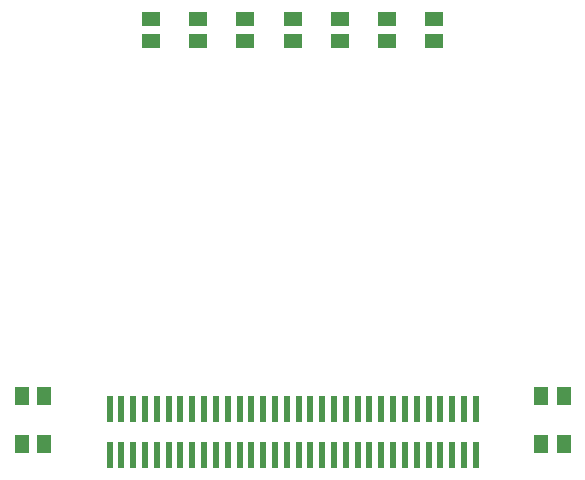
<source format=gbp>
G75*
G70*
%OFA0B0*%
%FSLAX24Y24*%
%IPPOS*%
%LPD*%
%AMOC8*
5,1,8,0,0,1.08239X$1,22.5*
%
%ADD10R,0.0236X0.0906*%
%ADD11R,0.0591X0.0512*%
%ADD12R,0.0512X0.0591*%
D10*
X011755Y002125D03*
X012149Y002125D03*
X012543Y002125D03*
X012936Y002125D03*
X013330Y002125D03*
X013724Y002125D03*
X014117Y002125D03*
X014511Y002125D03*
X014905Y002125D03*
X015299Y002125D03*
X015692Y002125D03*
X016086Y002125D03*
X016480Y002125D03*
X016873Y002125D03*
X017267Y002125D03*
X017661Y002125D03*
X018054Y002125D03*
X018448Y002125D03*
X018842Y002125D03*
X019236Y002125D03*
X019629Y002125D03*
X020023Y002125D03*
X020417Y002125D03*
X020810Y002125D03*
X021204Y002125D03*
X021598Y002125D03*
X021991Y002125D03*
X022385Y002125D03*
X022779Y002125D03*
X023173Y002125D03*
X023566Y002125D03*
X023960Y002125D03*
X023960Y003669D03*
X023566Y003669D03*
X023173Y003669D03*
X022779Y003669D03*
X022385Y003669D03*
X021991Y003669D03*
X021598Y003669D03*
X021204Y003669D03*
X020810Y003669D03*
X020417Y003669D03*
X020023Y003669D03*
X019629Y003669D03*
X019236Y003669D03*
X018842Y003669D03*
X018448Y003669D03*
X018054Y003669D03*
X017661Y003669D03*
X017267Y003669D03*
X016873Y003669D03*
X016480Y003669D03*
X016086Y003669D03*
X015692Y003669D03*
X015299Y003669D03*
X014905Y003669D03*
X014511Y003669D03*
X014117Y003669D03*
X013724Y003669D03*
X013330Y003669D03*
X012936Y003669D03*
X012543Y003669D03*
X012149Y003669D03*
X011755Y003669D03*
D11*
X013133Y015909D03*
X013133Y016657D03*
X014708Y016657D03*
X014708Y015909D03*
X016283Y015909D03*
X016283Y016657D03*
X017858Y016657D03*
X017858Y015909D03*
X019432Y015909D03*
X019432Y016657D03*
X021007Y016657D03*
X021007Y015909D03*
X022582Y015909D03*
X022582Y016657D03*
D12*
X008822Y002503D03*
X009570Y002503D03*
X009570Y004078D03*
X008822Y004078D03*
X026145Y004078D03*
X026893Y004078D03*
X026893Y002503D03*
X026145Y002503D03*
M02*

</source>
